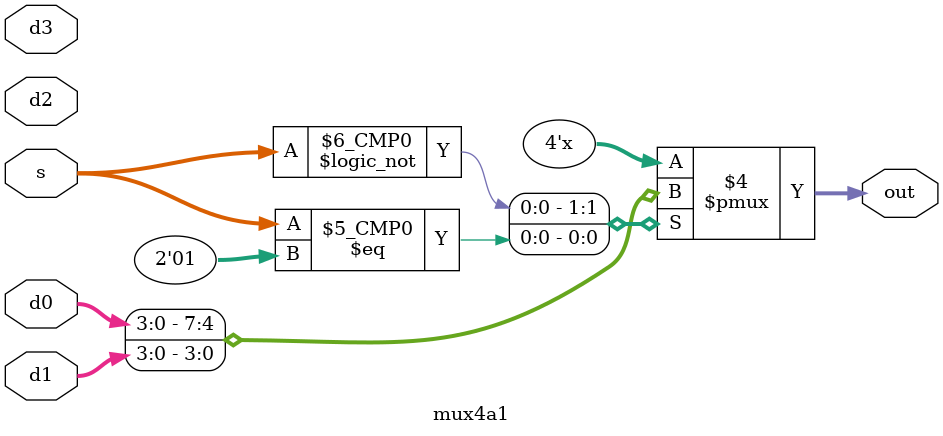
<source format=sv>
module mux4a1 #(parameter WIDTH = 4)
					(input logic [WIDTH-1:0] d0,d1,d2,d3, 
					 input logic [1:0]s, 
					 output logic [WIDTH-1:0] out);
	always_comb
		case(s)
			2'd0: out = d0;
			2'd1: out = d1;
			2'd2: out = 4'dx;
			2'd3: out = 4'dx;
		endcase
endmodule
</source>
